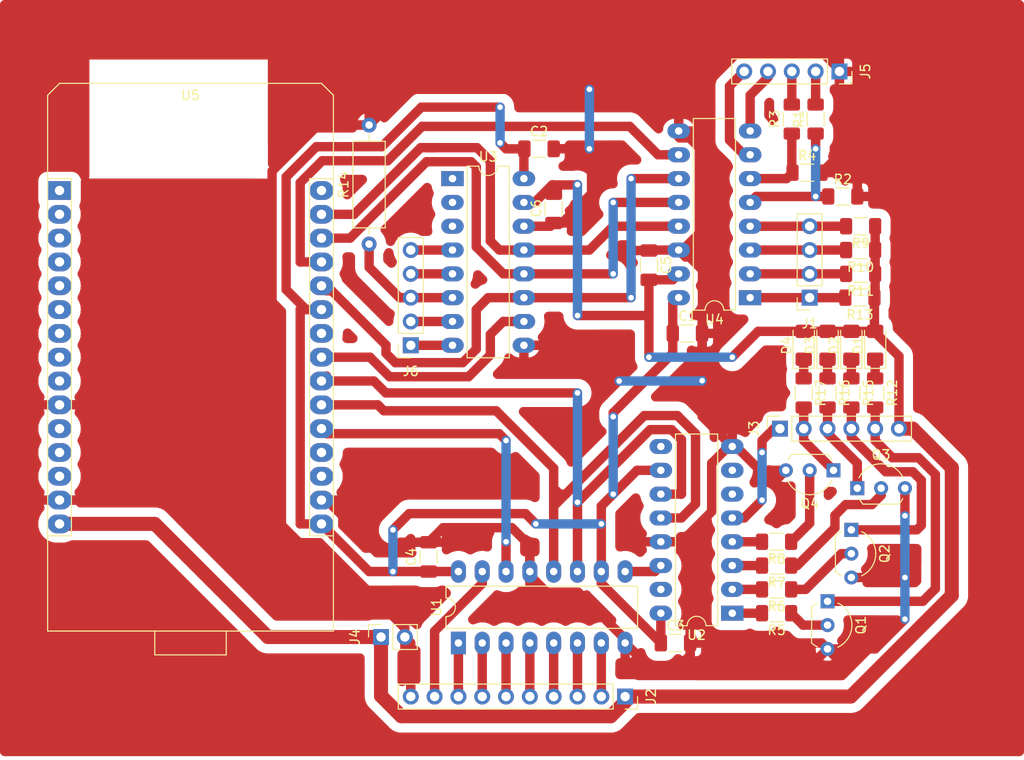
<source format=kicad_pcb>
(kicad_pcb (version 20171130) (host pcbnew 5.1.12-84ad8e8a86~92~ubuntu20.04.1)
  (layers (0 F.Cu signal) (31 B.Cu signal) (34 B.Paste user) (35 F.Paste user) (36 B.SilkS user) (37 F.SilkS user) (38 B.Mask user) (39 F.Mask user) (44 Edge.Cuts user))
  (net 0 "")
  (net 1 "Net-(Q1-Pad2)")
  (net 2 GND)
  (net 3 +3V3)
  (net 4 +5V)
  (net 5 TorTaster)
  (net 6 TorEndpunkt_0)
  (net 7 TorEndpunkt_1)
  (net 8 "Net-(J2-Pad2)")
  (net 9 "Net-(J2-Pad3)")
  (net 10 "Net-(J2-Pad4)")
  (net 11 "Net-(J2-Pad5)")
  (net 12 "Net-(J2-Pad6)")
  (net 13 "Net-(J2-Pad7)")
  (net 14 "Net-(J2-Pad8)")
  (net 15 "Net-(J2-Pad9)")
  (net 16 Schalter_1)
  (net 17 Tür_0)
  (net 18 Schalter_2)
  (net 19 Tür_1)
  (net 20 Anzeige_3)
  (net 21 Anzeige_2)
  (net 22 Anzeige_1)
  (net 23 Anzeige_0)
  (net 24 Lichtsensor)
  (net 25 Temperatur_0)
  (net 26 Temperatur_1)
  (net 27 "Net-(Q2-Pad2)")
  (net 28 "Net-(Q3-Pad2)")
  (net 29 "Net-(Q4-Pad2)")
  (net 30 TorMotor_0)
  (net 31 TorMotor_1)
  (net 32 "Net-(R5-Pad2)")
  (net 33 "Net-(R6-Pad2)")
  (net 34 "Net-(R7-Pad2)")
  (net 35 "Net-(R8-Pad2)")
  (net 36 "Net-(U1-Pad9)")
  (net 37 SRCLK)
  (net 38 SRLOAD)
  (net 39 SPI_CLK)
  (net 40 MISO)
  (net 41 MOSI)
  (net 42 SPI_CS0)
  (net 43 SPI_CS1)
  (net 44 SRDATA)
  (net 45 Unused_0)
  (net 46 Unused_1)
  (net 47 "Net-(D1-Pad1)")
  (net 48 "Net-(D2-Pad1)")
  (net 49 "Net-(D3-Pad1)")
  (net 50 "Net-(D4-Pad1)")
  (net 51 "Net-(J5-Pad2)")
  (net 52 "Net-(J5-Pad3)")
  (module Package_TO_SOT_THT:TO-92L_Inline_Wide (layer F.Cu) (at 196.215 137.16 180)
    (fp_text reference Q4 (at 2.54 -3.56) (layer F.SilkS))
    (fp_text value BC547)
    (pad 2 thru_hole circle (at 2.54 0 180) (size 1.5 1.5) (drill 0.8) (layers *.Cu *.Mask) (net 29 "Net-(Q4-Pad2)"))
    (pad 3 thru_hole circle (at 5.08 0 180) (size 1.5 1.5) (drill 0.8) (layers *.Cu *.Mask) (net 2 GND))
    (pad 1 thru_hole rect (at 0 0 180) (size 1.5 1.5) (drill 0.8) (layers *.Cu *.Mask) (net 20 Anzeige_3))
  )
  (module Package_TO_SOT_THT:TO-92L_Inline_Wide (layer F.Cu) (at 195.58 151.13 270)
    (fp_text reference Q1 (at 2.54 -3.56 90) (layer F.SilkS))
    (fp_text value BC547)
    (pad 2 thru_hole circle (at 2.54 0 270) (size 1.5 1.5) (drill 0.8) (layers *.Cu *.Mask) (net 1 "Net-(Q1-Pad2)"))
    (pad 3 thru_hole circle (at 5.08 0 270) (size 1.5 1.5) (drill 0.8) (layers *.Cu *.Mask) (net 2 GND))
    (pad 1 thru_hole rect (at 0 0 270) (size 1.5 1.5) (drill 0.8) (layers *.Cu *.Mask) (net 23 Anzeige_0))
  )
  (module Connector_PinSocket_2.54mm:PinSocket_1x10_P2.54mm_Vertical (layer F.Cu) (at 173.99 161.29 270)
    (fp_text reference J2 (at 0 -2.77 90) (layer F.SilkS))
    (fp_text value Relais-Connector)
    (pad 1 thru_hole rect (at 0 0 270) (size 1.7 1.7) (drill 1) (layers *.Cu *.Mask) (net 4 +5V))
    (pad 2 thru_hole oval (at 0 2.54 270) (size 1.7 1.7) (drill 1) (layers *.Cu *.Mask) (net 8 "Net-(J2-Pad2)"))
    (pad 3 thru_hole oval (at 0 5.08 270) (size 1.7 1.7) (drill 1) (layers *.Cu *.Mask) (net 9 "Net-(J2-Pad3)"))
    (pad 4 thru_hole oval (at 0 7.62 270) (size 1.7 1.7) (drill 1) (layers *.Cu *.Mask) (net 10 "Net-(J2-Pad4)"))
    (pad 5 thru_hole oval (at 0 10.16 270) (size 1.7 1.7) (drill 1) (layers *.Cu *.Mask) (net 11 "Net-(J2-Pad5)"))
    (pad 6 thru_hole oval (at 0 12.7 270) (size 1.7 1.7) (drill 1) (layers *.Cu *.Mask) (net 12 "Net-(J2-Pad6)"))
    (pad 7 thru_hole oval (at 0 15.24 270) (size 1.7 1.7) (drill 1) (layers *.Cu *.Mask) (net 13 "Net-(J2-Pad7)"))
    (pad 8 thru_hole oval (at 0 17.78 270) (size 1.7 1.7) (drill 1) (layers *.Cu *.Mask) (net 14 "Net-(J2-Pad8)"))
    (pad 9 thru_hole oval (at 0 20.32 270) (size 1.7 1.7) (drill 1) (layers *.Cu *.Mask) (net 15 "Net-(J2-Pad9)"))
    (pad 10 thru_hole oval (at 0 22.86 270) (size 1.7 1.7) (drill 1) (layers *.Cu *.Mask) (net 2 GND))
  )
  (module Connector_PinSocket_2.54mm:PinSocket_1x05_P2.54mm_Vertical (layer F.Cu) (at 196.85 94.615 270)
    (fp_text reference J5 (at 0 -2.77 90) (layer F.SilkS))
    (fp_text value Anzeige_Connector)
    (pad 1 thru_hole rect (at 0 0 270) (size 1.7 1.7) (drill 1) (layers *.Cu *.Mask) (net 2 GND))
    (pad 2 thru_hole oval (at 0 2.54 270) (size 1.7 1.7) (drill 1) (layers *.Cu *.Mask) (net 51 "Net-(J5-Pad2)"))
    (pad 3 thru_hole oval (at 0 5.08 270) (size 1.7 1.7) (drill 1) (layers *.Cu *.Mask) (net 52 "Net-(J5-Pad3)"))
    (pad 4 thru_hole oval (at 0 7.62 270) (size 1.7 1.7) (drill 1) (layers *.Cu *.Mask) (net 7 TorEndpunkt_1))
    (pad 5 thru_hole oval (at 0 10.16 270) (size 1.7 1.7) (drill 1) (layers *.Cu *.Mask) (net 6 TorEndpunkt_0))
  )
  (module Resistor_THT:R_Axial_DIN0309_L9.0mm_D3.2mm_P12.70mm_Horizontal (layer F.Cu) (at 146.685 113.03 90)
    (fp_text reference R14 (at 6.35 -2.72 90) (layer F.SilkS))
    (fp_text value 10k)
    (pad 2 thru_hole oval (at 12.7 0 90) (size 1.6 1.6) (drill 0.8) (layers *.Cu *.Mask) (net 2 GND))
    (pad 1 thru_hole circle (at 0 0 90) (size 1.6 1.6) (drill 0.8) (layers *.Cu *.Mask) (net 24 Lichtsensor))
  )
  (module Package_DIP:DIP-16_W7.62mm_LongPads (layer F.Cu) (at 156.21 155.575 90)
    (fp_text reference U1 (at 3.81 -2.33 90) (layer F.SilkS))
    (fp_text value 74HC595)
    (pad 1 thru_hole rect (at 0 0 90) (size 2.4 1.6) (drill 0.8) (layers *.Cu *.Mask) (net 14 "Net-(J2-Pad8)"))
    (pad 9 thru_hole oval (at 7.62 17.78 90) (size 2.4 1.6) (drill 0.8) (layers *.Cu *.Mask) (net 36 "Net-(U1-Pad9)"))
    (pad 2 thru_hole oval (at 0 2.54 90) (size 2.4 1.6) (drill 0.8) (layers *.Cu *.Mask) (net 13 "Net-(J2-Pad7)"))
    (pad 10 thru_hole oval (at 7.62 15.24 90) (size 2.4 1.6) (drill 0.8) (layers *.Cu *.Mask) (net 3 +3V3))
    (pad 3 thru_hole oval (at 0 5.08 90) (size 2.4 1.6) (drill 0.8) (layers *.Cu *.Mask) (net 12 "Net-(J2-Pad6)"))
    (pad 11 thru_hole oval (at 7.62 12.7 90) (size 2.4 1.6) (drill 0.8) (layers *.Cu *.Mask) (net 37 SRCLK))
    (pad 4 thru_hole oval (at 0 7.62 90) (size 2.4 1.6) (drill 0.8) (layers *.Cu *.Mask) (net 11 "Net-(J2-Pad5)"))
    (pad 12 thru_hole oval (at 7.62 10.16 90) (size 2.4 1.6) (drill 0.8) (layers *.Cu *.Mask) (net 38 SRLOAD))
    (pad 5 thru_hole oval (at 0 10.16 90) (size 2.4 1.6) (drill 0.8) (layers *.Cu *.Mask) (net 10 "Net-(J2-Pad4)"))
    (pad 13 thru_hole oval (at 7.62 7.62 90) (size 2.4 1.6) (drill 0.8) (layers *.Cu *.Mask) (net 2 GND))
    (pad 6 thru_hole oval (at 0 12.7 90) (size 2.4 1.6) (drill 0.8) (layers *.Cu *.Mask) (net 9 "Net-(J2-Pad3)"))
    (pad 14 thru_hole oval (at 7.62 5.08 90) (size 2.4 1.6) (drill 0.8) (layers *.Cu *.Mask) (net 44 SRDATA))
    (pad 7 thru_hole oval (at 0 15.24 90) (size 2.4 1.6) (drill 0.8) (layers *.Cu *.Mask) (net 8 "Net-(J2-Pad2)"))
    (pad 15 thru_hole oval (at 7.62 2.54 90) (size 2.4 1.6) (drill 0.8) (layers *.Cu *.Mask) (net 15 "Net-(J2-Pad9)"))
    (pad 8 thru_hole oval (at 0 17.78 90) (size 2.4 1.6) (drill 0.8) (layers *.Cu *.Mask) (net 2 GND))
    (pad 16 thru_hole oval (at 7.62 0 90) (size 2.4 1.6) (drill 0.8) (layers *.Cu *.Mask) (net 3 +3V3))
  )
  (module Package_DIP:DIP-16_W7.62mm_LongPads (layer F.Cu) (at 185.42 152.4 180)
    (fp_text reference U2 (at 3.81 -2.33) (layer F.SilkS))
    (fp_text value 74HC595)
    (pad 16 thru_hole oval (at 7.62 0 180) (size 2.4 1.6) (drill 0.8) (layers *.Cu *.Mask) (net 3 +3V3))
    (pad 8 thru_hole oval (at 0 17.78 180) (size 2.4 1.6) (drill 0.8) (layers *.Cu *.Mask) (net 2 GND))
    (pad 15 thru_hole oval (at 7.62 2.54 180) (size 2.4 1.6) (drill 0.8) (layers *.Cu *.Mask))
    (pad 7 thru_hole oval (at 0 15.24 180) (size 2.4 1.6) (drill 0.8) (layers *.Cu *.Mask))
    (pad 14 thru_hole oval (at 7.62 5.08 180) (size 2.4 1.6) (drill 0.8) (layers *.Cu *.Mask) (net 36 "Net-(U1-Pad9)"))
    (pad 6 thru_hole oval (at 0 12.7 180) (size 2.4 1.6) (drill 0.8) (layers *.Cu *.Mask))
    (pad 13 thru_hole oval (at 7.62 7.62 180) (size 2.4 1.6) (drill 0.8) (layers *.Cu *.Mask) (net 2 GND))
    (pad 5 thru_hole oval (at 0 10.16 180) (size 2.4 1.6) (drill 0.8) (layers *.Cu *.Mask) (net 5 TorTaster))
    (pad 12 thru_hole oval (at 7.62 10.16 180) (size 2.4 1.6) (drill 0.8) (layers *.Cu *.Mask) (net 38 SRLOAD))
    (pad 4 thru_hole oval (at 0 7.62 180) (size 2.4 1.6) (drill 0.8) (layers *.Cu *.Mask) (net 35 "Net-(R8-Pad2)"))
    (pad 11 thru_hole oval (at 7.62 12.7 180) (size 2.4 1.6) (drill 0.8) (layers *.Cu *.Mask) (net 37 SRCLK))
    (pad 3 thru_hole oval (at 0 5.08 180) (size 2.4 1.6) (drill 0.8) (layers *.Cu *.Mask) (net 34 "Net-(R7-Pad2)"))
    (pad 10 thru_hole oval (at 7.62 15.24 180) (size 2.4 1.6) (drill 0.8) (layers *.Cu *.Mask) (net 3 +3V3))
    (pad 2 thru_hole oval (at 0 2.54 180) (size 2.4 1.6) (drill 0.8) (layers *.Cu *.Mask) (net 33 "Net-(R6-Pad2)"))
    (pad 9 thru_hole oval (at 7.62 17.78 180) (size 2.4 1.6) (drill 0.8) (layers *.Cu *.Mask))
    (pad 1 thru_hole rect (at 0 0 180) (size 2.4 1.6) (drill 0.8) (layers *.Cu *.Mask) (net 32 "Net-(R5-Pad2)"))
  )
  (module Package_DIP:DIP-16_W7.62mm_LongPads (layer F.Cu) (at 155.575 106.045)
    (fp_text reference U3 (at 3.81 -2.33) (layer F.SilkS))
    (fp_text value MCP3008)
    (pad 16 thru_hole oval (at 7.62 0) (size 2.4 1.6) (drill 0.8) (layers *.Cu *.Mask) (net 3 +3V3))
    (pad 8 thru_hole oval (at 0 17.78) (size 2.4 1.6) (drill 0.8) (layers *.Cu *.Mask) (net 25 Temperatur_0))
    (pad 15 thru_hole oval (at 7.62 2.54) (size 2.4 1.6) (drill 0.8) (layers *.Cu *.Mask) (net 4 +5V))
    (pad 7 thru_hole oval (at 0 15.24) (size 2.4 1.6) (drill 0.8) (layers *.Cu *.Mask) (net 26 Temperatur_1))
    (pad 14 thru_hole oval (at 7.62 5.08) (size 2.4 1.6) (drill 0.8) (layers *.Cu *.Mask) (net 2 GND))
    (pad 6 thru_hole oval (at 0 12.7) (size 2.4 1.6) (drill 0.8) (layers *.Cu *.Mask) (net 24 Lichtsensor))
    (pad 13 thru_hole oval (at 7.62 7.62) (size 2.4 1.6) (drill 0.8) (layers *.Cu *.Mask) (net 39 SPI_CLK))
    (pad 5 thru_hole oval (at 0 10.16) (size 2.4 1.6) (drill 0.8) (layers *.Cu *.Mask) (net 45 Unused_0))
    (pad 12 thru_hole oval (at 7.62 10.16) (size 2.4 1.6) (drill 0.8) (layers *.Cu *.Mask) (net 40 MISO))
    (pad 4 thru_hole oval (at 0 7.62) (size 2.4 1.6) (drill 0.8) (layers *.Cu *.Mask) (net 46 Unused_1))
    (pad 11 thru_hole oval (at 7.62 12.7) (size 2.4 1.6) (drill 0.8) (layers *.Cu *.Mask) (net 41 MOSI))
    (pad 3 thru_hole oval (at 0 5.08) (size 2.4 1.6) (drill 0.8) (layers *.Cu *.Mask))
    (pad 10 thru_hole oval (at 7.62 15.24) (size 2.4 1.6) (drill 0.8) (layers *.Cu *.Mask) (net 42 SPI_CS0))
    (pad 2 thru_hole oval (at 0 2.54) (size 2.4 1.6) (drill 0.8) (layers *.Cu *.Mask))
    (pad 9 thru_hole oval (at 7.62 17.78) (size 2.4 1.6) (drill 0.8) (layers *.Cu *.Mask) (net 2 GND))
    (pad 1 thru_hole rect (at 0 0) (size 2.4 1.6) (drill 0.8) (layers *.Cu *.Mask))
  )
  (module Package_DIP:DIP-16_W7.62mm_LongPads (layer F.Cu) (at 187.325 118.745 180)
    (fp_text reference U4 (at 3.81 -2.33) (layer F.SilkS))
    (fp_text value MCP3008)
    (pad 1 thru_hole rect (at 0 0 180) (size 2.4 1.6) (drill 0.8) (layers *.Cu *.Mask) (net 18 Schalter_2))
    (pad 9 thru_hole oval (at 7.62 17.78 180) (size 2.4 1.6) (drill 0.8) (layers *.Cu *.Mask) (net 2 GND))
    (pad 2 thru_hole oval (at 0 2.54 180) (size 2.4 1.6) (drill 0.8) (layers *.Cu *.Mask) (net 16 Schalter_1))
    (pad 10 thru_hole oval (at 7.62 15.24 180) (size 2.4 1.6) (drill 0.8) (layers *.Cu *.Mask) (net 43 SPI_CS1))
    (pad 3 thru_hole oval (at 0 5.08 180) (size 2.4 1.6) (drill 0.8) (layers *.Cu *.Mask) (net 19 Tür_1))
    (pad 11 thru_hole oval (at 7.62 12.7 180) (size 2.4 1.6) (drill 0.8) (layers *.Cu *.Mask) (net 41 MOSI))
    (pad 4 thru_hole oval (at 0 7.62 180) (size 2.4 1.6) (drill 0.8) (layers *.Cu *.Mask) (net 17 Tür_0))
    (pad 12 thru_hole oval (at 7.62 10.16 180) (size 2.4 1.6) (drill 0.8) (layers *.Cu *.Mask) (net 40 MISO))
    (pad 5 thru_hole oval (at 0 10.16 180) (size 2.4 1.6) (drill 0.8) (layers *.Cu *.Mask) (net 30 TorMotor_0))
    (pad 13 thru_hole oval (at 7.62 7.62 180) (size 2.4 1.6) (drill 0.8) (layers *.Cu *.Mask) (net 39 SPI_CLK))
    (pad 6 thru_hole oval (at 0 12.7 180) (size 2.4 1.6) (drill 0.8) (layers *.Cu *.Mask) (net 31 TorMotor_1))
    (pad 14 thru_hole oval (at 7.62 5.08 180) (size 2.4 1.6) (drill 0.8) (layers *.Cu *.Mask) (net 2 GND))
    (pad 7 thru_hole oval (at 0 15.24 180) (size 2.4 1.6) (drill 0.8) (layers *.Cu *.Mask) (net 6 TorEndpunkt_0))
    (pad 15 thru_hole oval (at 7.62 2.54 180) (size 2.4 1.6) (drill 0.8) (layers *.Cu *.Mask) (net 4 +5V))
    (pad 8 thru_hole oval (at 0 17.78 180) (size 2.4 1.6) (drill 0.8) (layers *.Cu *.Mask) (net 7 TorEndpunkt_1))
    (pad 16 thru_hole oval (at 7.62 0 180) (size 2.4 1.6) (drill 0.8) (layers *.Cu *.Mask) (net 3 +3V3))
  )
  (module myself:node_MCU_ESP8266_longpad (layer F.Cu) (at 113.665 107.315)
    (fp_text reference U5 (at 13.97 -10.16) (layer F.SilkS))
    (fp_text value NodeMCU_Amica_R2)
    (pad 1 thru_hole rect (at 0 0) (size 2.54 2) (drill 1) (layers *.Cu *.Mask))
    (pad 17 thru_hole oval (at 27.94 33.02) (size 2.54 2) (drill 1) (layers *.Cu *.Mask) (net 2 GND))
    (pad 2 thru_hole oval (at 0 2.54) (size 2.54 2) (drill 1) (layers *.Cu *.Mask))
    (pad 18 thru_hole oval (at 27.94 30.48) (size 2.54 2) (drill 1) (layers *.Cu *.Mask))
    (pad 3 thru_hole oval (at 0 5.08) (size 2.54 2) (drill 1) (layers *.Cu *.Mask))
    (pad 19 thru_hole oval (at 27.94 27.94) (size 2.54 2) (drill 1) (layers *.Cu *.Mask))
    (pad 4 thru_hole oval (at 0 7.62) (size 2.54 2) (drill 1) (layers *.Cu *.Mask))
    (pad 20 thru_hole oval (at 27.94 25.4) (size 2.54 2) (drill 1) (layers *.Cu *.Mask) (net 44 SRDATA))
    (pad 5 thru_hole oval (at 0 10.16) (size 2.54 2) (drill 1) (layers *.Cu *.Mask))
    (pad 21 thru_hole oval (at 27.94 22.86) (size 2.54 2) (drill 1) (layers *.Cu *.Mask) (net 38 SRLOAD))
    (pad 6 thru_hole oval (at 0 12.7) (size 2.54 2) (drill 1) (layers *.Cu *.Mask))
    (pad 22 thru_hole oval (at 27.94 20.32) (size 2.54 2) (drill 1) (layers *.Cu *.Mask) (net 37 SRCLK))
    (pad 7 thru_hole oval (at 0 15.24) (size 2.54 2) (drill 1) (layers *.Cu *.Mask))
    (pad 23 thru_hole oval (at 27.94 17.78) (size 2.54 2) (drill 1) (layers *.Cu *.Mask) (net 42 SPI_CS0))
    (pad 8 thru_hole oval (at 0 17.78) (size 2.54 2) (drill 1) (layers *.Cu *.Mask))
    (pad 24 thru_hole oval (at 27.94 15.24) (size 2.54 2) (drill 1) (layers *.Cu *.Mask))
    (pad 9 thru_hole oval (at 0 20.32) (size 2.54 2) (drill 1) (layers *.Cu *.Mask))
    (pad 25 thru_hole oval (at 27.94 12.7) (size 2.54 2) (drill 1) (layers *.Cu *.Mask) (net 3 +3V3))
    (pad 10 thru_hole oval (at 0 22.86) (size 2.54 2) (drill 1) (layers *.Cu *.Mask) (net 2 GND))
    (pad 26 thru_hole oval (at 27.94 10.16) (size 2.54 2) (drill 1) (layers *.Cu *.Mask) (net 41 MOSI))
    (pad 11 thru_hole oval (at 0 25.4) (size 2.54 2) (drill 1) (layers *.Cu *.Mask))
    (pad 27 thru_hole oval (at 27.94 7.62) (size 2.54 2) (drill 1) (layers *.Cu *.Mask) (net 43 SPI_CS1))
    (pad 12 thru_hole oval (at 0 27.94) (size 2.54 2) (drill 1) (layers *.Cu *.Mask))
    (pad 28 thru_hole oval (at 27.94 5.08) (size 2.54 2) (drill 1) (layers *.Cu *.Mask) (net 40 MISO))
    (pad 13 thru_hole oval (at 0 30.48) (size 2.54 2) (drill 1) (layers *.Cu *.Mask))
    (pad 29 thru_hole oval (at 27.94 2.54) (size 2.54 2) (drill 1) (layers *.Cu *.Mask) (net 39 SPI_CLK))
    (pad 14 thru_hole oval (at 0 33.02) (size 2.54 2) (drill 1) (layers *.Cu *.Mask) (net 2 GND))
    (pad 30 thru_hole oval (at 27.94 0) (size 2.54 2) (drill 1) (layers *.Cu *.Mask))
    (pad 15 thru_hole oval (at 0 35.56) (size 2.54 2) (drill 1) (layers *.Cu *.Mask) (net 4 +5V))
    (pad 16 thru_hole oval (at 27.94 35.56) (size 2.54 2) (drill 1) (layers *.Cu *.Mask) (net 3 +3V3))
  )
  (module Package_TO_SOT_THT:TO-92L_Inline_Wide (layer F.Cu) (at 198.12 143.51 270)
    (fp_text reference Q2 (at 2.54 -3.56 90) (layer F.SilkS))
    (fp_text value BC547)
    (pad 1 thru_hole rect (at 0 0 270) (size 1.5 1.5) (drill 0.8) (layers *.Cu *.Mask) (net 22 Anzeige_1))
    (pad 3 thru_hole circle (at 5.08 0 270) (size 1.5 1.5) (drill 0.8) (layers *.Cu *.Mask) (net 2 GND))
    (pad 2 thru_hole circle (at 2.54 0 270) (size 1.5 1.5) (drill 0.8) (layers *.Cu *.Mask) (net 27 "Net-(Q2-Pad2)"))
  )
  (module Package_TO_SOT_THT:TO-92L_Inline_Wide (layer F.Cu) (at 198.755 139.065)
    (fp_text reference Q3 (at 2.54 -3.56) (layer F.SilkS))
    (fp_text value BC547)
    (pad 1 thru_hole rect (at 0 0) (size 1.5 1.5) (drill 0.8) (layers *.Cu *.Mask) (net 21 Anzeige_2))
    (pad 3 thru_hole circle (at 5.08 0) (size 1.5 1.5) (drill 0.8) (layers *.Cu *.Mask) (net 2 GND))
    (pad 2 thru_hole circle (at 2.54 0) (size 1.5 1.5) (drill 0.8) (layers *.Cu *.Mask) (net 28 "Net-(Q3-Pad2)"))
  )
  (module Connector_PinSocket_2.54mm:PinSocket_1x05_P2.54mm_Vertical (layer F.Cu) (at 151.13 123.825 180)
    (fp_text reference J6 (at 0 -2.77) (layer F.SilkS))
    (fp_text value Sensor_Connector)
    (pad 1 thru_hole rect (at 0 0 180) (size 1.7 1.7) (drill 1) (layers *.Cu *.Mask) (net 25 Temperatur_0))
    (pad 2 thru_hole oval (at 0 2.54 180) (size 1.7 1.7) (drill 1) (layers *.Cu *.Mask) (net 26 Temperatur_1))
    (pad 3 thru_hole oval (at 0 5.08 180) (size 1.7 1.7) (drill 1) (layers *.Cu *.Mask) (net 24 Lichtsensor))
    (pad 4 thru_hole oval (at 0 7.62 180) (size 1.7 1.7) (drill 1) (layers *.Cu *.Mask) (net 45 Unused_0))
    (pad 5 thru_hole oval (at 0 10.16 180) (size 1.7 1.7) (drill 1) (layers *.Cu *.Mask) (net 46 Unused_1))
  )
  (module LED_SMD:LED_1206_3216Metric_Pad1.42x1.75mm_HandSolder (layer F.Cu) (at 200.66 123.825 90)
    (fp_text reference D1 (at 0 -1.82 90) (layer F.SilkS))
    (fp_text value RED)
    (pad 1 smd roundrect (at -1.4875 0 90) (size 1.425 1.75) (layers F.Cu F.Paste F.Mask) (roundrect_rratio 0.1754385964912281) (net 47 "Net-(D1-Pad1)"))
    (pad 2 smd roundrect (at 1.4875 0 90) (size 1.425 1.75) (layers F.Cu F.Paste F.Mask) (roundrect_rratio 0.1754385964912281) (net 4 +5V))
  )
  (module LED_SMD:LED_1206_3216Metric_Pad1.42x1.75mm_HandSolder (layer F.Cu) (at 198.12 123.825 90)
    (fp_text reference D2 (at 0 -1.82 90) (layer F.SilkS))
    (fp_text value RED)
    (pad 2 smd roundrect (at 1.4875 0 90) (size 1.425 1.75) (layers F.Cu F.Paste F.Mask) (roundrect_rratio 0.1754385964912281) (net 4 +5V))
    (pad 1 smd roundrect (at -1.4875 0 90) (size 1.425 1.75) (layers F.Cu F.Paste F.Mask) (roundrect_rratio 0.1754385964912281) (net 48 "Net-(D2-Pad1)"))
  )
  (module LED_SMD:LED_1206_3216Metric_Pad1.42x1.75mm_HandSolder (layer F.Cu) (at 195.58 123.825 90)
    (fp_text reference D3 (at 0 -1.82 90) (layer F.SilkS))
    (fp_text value RED)
    (pad 1 smd roundrect (at -1.4875 0 90) (size 1.425 1.75) (layers F.Cu F.Paste F.Mask) (roundrect_rratio 0.1754385964912281) (net 49 "Net-(D3-Pad1)"))
    (pad 2 smd roundrect (at 1.4875 0 90) (size 1.425 1.75) (layers F.Cu F.Paste F.Mask) (roundrect_rratio 0.1754385964912281) (net 4 +5V))
  )
  (module LED_SMD:LED_1206_3216Metric_Pad1.42x1.75mm_HandSolder (layer F.Cu) (at 193.04 123.825 90)
    (fp_text reference D4 (at 0 -1.82 90) (layer F.SilkS))
    (fp_text value RED)
    (pad 2 smd roundrect (at 1.4875 0 90) (size 1.425 1.75) (layers F.Cu F.Paste F.Mask) (roundrect_rratio 0.1754385964912281) (net 4 +5V))
    (pad 1 smd roundrect (at -1.4875 0 90) (size 1.425 1.75) (layers F.Cu F.Paste F.Mask) (roundrect_rratio 0.1754385964912281) (net 50 "Net-(D4-Pad1)"))
  )
  (module Connector_PinSocket_2.54mm:PinSocket_1x04_P2.54mm_Vertical (layer F.Cu) (at 193.675 118.745 180)
    (fp_text reference J1 (at 0 -2.77) (layer F.SilkS))
    (fp_text value Conn_01x04_Female)
    (pad 1 thru_hole rect (at 0 0 180) (size 1.7 1.7) (drill 1) (layers *.Cu *.Mask) (net 18 Schalter_2))
    (pad 2 thru_hole oval (at 0 2.54 180) (size 1.7 1.7) (drill 1) (layers *.Cu *.Mask) (net 16 Schalter_1))
    (pad 3 thru_hole oval (at 0 5.08 180) (size 1.7 1.7) (drill 1) (layers *.Cu *.Mask) (net 19 Tür_1))
    (pad 4 thru_hole oval (at 0 7.62 180) (size 1.7 1.7) (drill 1) (layers *.Cu *.Mask) (net 17 Tür_0))
  )
  (module Connector_PinSocket_2.54mm:PinSocket_1x06_P2.54mm_Vertical (layer F.Cu) (at 190.5 132.715 90)
    (fp_text reference J3 (at 0 -2.77 90) (layer F.SilkS))
    (fp_text value Tor-Connector)
    (pad 1 thru_hole rect (at 0 0 90) (size 1.7 1.7) (drill 1) (layers *.Cu *.Mask) (net 5 TorTaster))
    (pad 2 thru_hole oval (at 0 2.54 90) (size 1.7 1.7) (drill 1) (layers *.Cu *.Mask) (net 20 Anzeige_3))
    (pad 3 thru_hole oval (at 0 5.08 90) (size 1.7 1.7) (drill 1) (layers *.Cu *.Mask) (net 21 Anzeige_2))
    (pad 4 thru_hole oval (at 0 7.62 90) (size 1.7 1.7) (drill 1) (layers *.Cu *.Mask) (net 22 Anzeige_1))
    (pad 5 thru_hole oval (at 0 10.16 90) (size 1.7 1.7) (drill 1) (layers *.Cu *.Mask) (net 23 Anzeige_0))
    (pad 6 thru_hole oval (at 0 12.7 90) (size 1.7 1.7) (drill 1) (layers *.Cu *.Mask) (net 4 +5V))
  )
  (module Resistor_SMD:R_1206_3216Metric_Pad1.30x1.75mm_HandSolder (layer F.Cu) (at 200.66 128.905 270)
    (fp_text reference R12 (at 0 -1.82 90) (layer F.SilkS))
    (fp_text value 150)
    (pad 1 smd roundrect (at -1.55 0 270) (size 1.3 1.75) (layers F.Cu F.Paste F.Mask) (roundrect_rratio 0.1923069230769231) (net 47 "Net-(D1-Pad1)"))
    (pad 2 smd roundrect (at 1.55 0 270) (size 1.3 1.75) (layers F.Cu F.Paste F.Mask) (roundrect_rratio 0.1923069230769231) (net 23 Anzeige_0))
  )
  (module Resistor_SMD:R_1206_3216Metric_Pad1.30x1.75mm_HandSolder (layer F.Cu) (at 198.12 128.905 270)
    (fp_text reference R15 (at 0 -1.82 90) (layer F.SilkS))
    (fp_text value 150)
    (pad 2 smd roundrect (at 1.55 0 270) (size 1.3 1.75) (layers F.Cu F.Paste F.Mask) (roundrect_rratio 0.1923069230769231) (net 22 Anzeige_1))
    (pad 1 smd roundrect (at -1.55 0 270) (size 1.3 1.75) (layers F.Cu F.Paste F.Mask) (roundrect_rratio 0.1923069230769231) (net 48 "Net-(D2-Pad1)"))
  )
  (module Resistor_SMD:R_1206_3216Metric_Pad1.30x1.75mm_HandSolder (layer F.Cu) (at 195.58 128.905 270)
    (fp_text reference R16 (at 0 -1.82 90) (layer F.SilkS))
    (fp_text value 150)
    (pad 2 smd roundrect (at 1.55 0 270) (size 1.3 1.75) (layers F.Cu F.Paste F.Mask) (roundrect_rratio 0.1923069230769231) (net 21 Anzeige_2))
    (pad 1 smd roundrect (at -1.55 0 270) (size 1.3 1.75) (layers F.Cu F.Paste F.Mask) (roundrect_rratio 0.1923069230769231) (net 49 "Net-(D3-Pad1)"))
  )
  (module Resistor_SMD:R_1206_3216Metric_Pad1.30x1.75mm_HandSolder (layer F.Cu) (at 193.04 128.905 270)
    (fp_text reference R17 (at 0 -1.82 90) (layer F.SilkS))
    (fp_text value 150)
    (pad 1 smd roundrect (at -1.55 0 270) (size 1.3 1.75) (layers F.Cu F.Paste F.Mask) (roundrect_rratio 0.1923069230769231) (net 50 "Net-(D4-Pad1)"))
    (pad 2 smd roundrect (at 1.55 0 270) (size 1.3 1.75) (layers F.Cu F.Paste F.Mask) (roundrect_rratio 0.1923069230769231) (net 20 Anzeige_3))
  )
  (module Connector_PinSocket_2.54mm:PinSocket_1x02_P2.54mm_Vertical (layer F.Cu) (at 147.955 154.94 90)
    (fp_text reference J4 (at 0 -2.77 90) (layer F.SilkS))
    (fp_text value Conn_01x02_Female)
    (pad 1 thru_hole rect (at 0 0 90) (size 1.7 1.7) (drill 1) (layers *.Cu *.Mask) (net 4 +5V))
    (pad 2 thru_hole oval (at 0 2.54 90) (size 1.7 1.7) (drill 1) (layers *.Cu *.Mask) (net 2 GND))
  )
  (module Resistor_SMD:R_1206_3216Metric_Pad1.30x1.75mm_HandSolder (layer F.Cu) (at 194.31 99.695 90)
    (fp_text reference R1 (at 0 -1.82 90) (layer F.SilkS))
    (fp_text value 75k)
    (pad 1 smd roundrect (at -1.55 0 90) (size 1.3 1.75) (layers F.Cu F.Paste F.Mask) (roundrect_rratio 0.1923076923076923) (net 30 TorMotor_0))
    (pad 2 smd roundrect (at 1.55 0 90) (size 1.3 1.75) (layers F.Cu F.Paste F.Mask) (roundrect_rratio 0.1923076923076923) (net 51 "Net-(J5-Pad2)"))
  )
  (module Resistor_SMD:R_1206_3216Metric_Pad1.30x1.75mm_HandSolder (layer F.Cu) (at 197.205 107.95)
    (fp_text reference R2 (at 0 -1.82) (layer F.SilkS))
    (fp_text value 15k)
    (pad 2 smd roundrect (at 1.55 0) (size 1.3 1.75) (layers F.Cu F.Paste F.Mask) (roundrect_rratio 0.1923076923076923) (net 2 GND))
    (pad 1 smd roundrect (at -1.55 0) (size 1.3 1.75) (layers F.Cu F.Paste F.Mask) (roundrect_rratio 0.1923076923076923) (net 30 TorMotor_0))
  )
  (module Resistor_SMD:R_1206_3216Metric_Pad1.30x1.75mm_HandSolder (layer F.Cu) (at 191.77 99.695 90)
    (fp_text reference R3 (at 0 -1.82 90) (layer F.SilkS))
    (fp_text value 75k)
    (pad 1 smd roundrect (at -1.55 0 90) (size 1.3 1.75) (layers F.Cu F.Paste F.Mask) (roundrect_rratio 0.1923076923076923) (net 31 TorMotor_1))
    (pad 2 smd roundrect (at 1.55 0 90) (size 1.3 1.75) (layers F.Cu F.Paste F.Mask) (roundrect_rratio 0.1923076923076923) (net 52 "Net-(J5-Pad3)"))
  )
  (module Resistor_SMD:R_1206_3216Metric_Pad1.30x1.75mm_HandSolder (layer F.Cu) (at 193.395 105.41)
    (fp_text reference R4 (at 0 -1.82) (layer F.SilkS))
    (fp_text value 15k)
    (pad 2 smd roundrect (at 1.55 0) (size 1.3 1.75) (layers F.Cu F.Paste F.Mask) (roundrect_rratio 0.1923076923076923) (net 2 GND))
    (pad 1 smd roundrect (at -1.55 0) (size 1.3 1.75) (layers F.Cu F.Paste F.Mask) (roundrect_rratio 0.1923076923076923) (net 31 TorMotor_1))
  )
  (module Resistor_SMD:R_1206_3216Metric_Pad1.30x1.75mm_HandSolder (layer F.Cu) (at 190.145 152.4 180)
    (fp_text reference R5 (at 0 -1.82) (layer F.SilkS))
    (fp_text value 15k)
    (pad 1 smd roundrect (at -1.55 0 180) (size 1.3 1.75) (layers F.Cu F.Paste F.Mask) (roundrect_rratio 0.1923076923076923) (net 1 "Net-(Q1-Pad2)"))
    (pad 2 smd roundrect (at 1.55 0 180) (size 1.3 1.75) (layers F.Cu F.Paste F.Mask) (roundrect_rratio 0.1923076923076923) (net 32 "Net-(R5-Pad2)"))
  )
  (module Resistor_SMD:R_1206_3216Metric_Pad1.30x1.75mm_HandSolder (layer F.Cu) (at 190.145 149.86 180)
    (fp_text reference R6 (at 0 -1.82) (layer F.SilkS))
    (fp_text value 15k)
    (pad 2 smd roundrect (at 1.55 0 180) (size 1.3 1.75) (layers F.Cu F.Paste F.Mask) (roundrect_rratio 0.1923076923076923) (net 33 "Net-(R6-Pad2)"))
    (pad 1 smd roundrect (at -1.55 0 180) (size 1.3 1.75) (layers F.Cu F.Paste F.Mask) (roundrect_rratio 0.1923076923076923) (net 27 "Net-(Q2-Pad2)"))
  )
  (module Resistor_SMD:R_1206_3216Metric_Pad1.30x1.75mm_HandSolder (layer F.Cu) (at 190.145 147.32 180)
    (fp_text reference R7 (at 0 -1.82) (layer F.SilkS))
    (fp_text value 15k)
    (pad 2 smd roundrect (at 1.55 0 180) (size 1.3 1.75) (layers F.Cu F.Paste F.Mask) (roundrect_rratio 0.1923076923076923) (net 34 "Net-(R7-Pad2)"))
    (pad 1 smd roundrect (at -1.55 0 180) (size 1.3 1.75) (layers F.Cu F.Paste F.Mask) (roundrect_rratio 0.1923076923076923) (net 28 "Net-(Q3-Pad2)"))
  )
  (module Resistor_SMD:R_1206_3216Metric_Pad1.30x1.75mm_HandSolder (layer F.Cu) (at 190.145 144.78 180)
    (fp_text reference R8 (at 0 -1.82) (layer F.SilkS))
    (fp_text value 15k)
    (pad 1 smd roundrect (at -1.55 0 180) (size 1.3 1.75) (layers F.Cu F.Paste F.Mask) (roundrect_rratio 0.1923076923076923) (net 29 "Net-(Q4-Pad2)"))
    (pad 2 smd roundrect (at 1.55 0 180) (size 1.3 1.75) (layers F.Cu F.Paste F.Mask) (roundrect_rratio 0.1923076923076923) (net 35 "Net-(R8-Pad2)"))
  )
  (module Resistor_SMD:R_1206_3216Metric_Pad1.30x1.75mm_HandSolder (layer F.Cu) (at 199.11 111.125 180)
    (fp_text reference R9 (at 0 -1.82) (layer F.SilkS))
    (fp_text value 15k)
    (pad 2 smd roundrect (at 1.55 0 180) (size 1.3 1.75) (layers F.Cu F.Paste F.Mask) (roundrect_rratio 0.1923076923076923) (net 17 Tür_0))
    (pad 1 smd roundrect (at -1.55 0 180) (size 1.3 1.75) (layers F.Cu F.Paste F.Mask) (roundrect_rratio 0.1923076923076923) (net 4 +5V))
  )
  (module Resistor_SMD:R_1206_3216Metric_Pad1.30x1.75mm_HandSolder (layer F.Cu) (at 199.11 113.665 180)
    (fp_text reference R10 (at 0 -1.82) (layer F.SilkS))
    (fp_text value 15k)
    (pad 1 smd roundrect (at -1.55 0 180) (size 1.3 1.75) (layers F.Cu F.Paste F.Mask) (roundrect_rratio 0.1923076923076923) (net 4 +5V))
    (pad 2 smd roundrect (at 1.55 0 180) (size 1.3 1.75) (layers F.Cu F.Paste F.Mask) (roundrect_rratio 0.1923076923076923) (net 19 Tür_1))
  )
  (module Resistor_SMD:R_1206_3216Metric_Pad1.30x1.75mm_HandSolder (layer F.Cu) (at 199.11 116.205 180)
    (fp_text reference R11 (at 0 -1.82) (layer F.SilkS))
    (fp_text value 15k)
    (pad 2 smd roundrect (at 1.55 0 180) (size 1.3 1.75) (layers F.Cu F.Paste F.Mask) (roundrect_rratio 0.1923076923076923) (net 16 Schalter_1))
    (pad 1 smd roundrect (at -1.55 0 180) (size 1.3 1.75) (layers F.Cu F.Paste F.Mask) (roundrect_rratio 0.1923076923076923) (net 4 +5V))
  )
  (module Resistor_SMD:R_1206_3216Metric_Pad1.30x1.75mm_HandSolder (layer F.Cu) (at 199.035 118.745 180)
    (fp_text reference R13 (at 0 -1.82) (layer F.SilkS))
    (fp_text value 15k)
    (pad 1 smd roundrect (at -1.55 0 180) (size 1.3 1.75) (layers F.Cu F.Paste F.Mask) (roundrect_rratio 0.1923076923076923) (net 4 +5V))
    (pad 2 smd roundrect (at 1.55 0 180) (size 1.3 1.75) (layers F.Cu F.Paste F.Mask) (roundrect_rratio 0.1923076923076923) (net 18 Schalter_2))
  )
  (module Capacitor_SMD:C_1206_3216Metric_Pad1.33x1.80mm_HandSolder (layer F.Cu) (at 180.6325 122.555)
    (fp_text reference C1 (at 0 -1.85) (layer F.SilkS))
    (fp_text value 1uF)
    (pad 2 smd roundrect (at 1.5625 0) (size 1.325 1.8) (layers F.Cu F.Paste F.Mask) (roundrect_rratio 0.1886784905660377) (net 2 GND))
    (pad 1 smd roundrect (at -1.5625 0) (size 1.325 1.8) (layers F.Cu F.Paste F.Mask) (roundrect_rratio 0.1886784905660377) (net 3 +3V3))
  )
  (module Capacitor_SMD:C_1206_3216Metric_Pad1.33x1.80mm_HandSolder (layer F.Cu) (at 164.8075 102.87)
    (fp_text reference C2 (at 0 -1.85) (layer F.SilkS))
    (fp_text value 1uF)
    (pad 1 smd roundrect (at -1.5625 0) (size 1.325 1.8) (layers F.Cu F.Paste F.Mask) (roundrect_rratio 0.1886784905660377) (net 3 +3V3))
    (pad 2 smd roundrect (at 1.5625 0) (size 1.325 1.8) (layers F.Cu F.Paste F.Mask) (roundrect_rratio 0.1886784905660377) (net 2 GND))
  )
  (module Capacitor_SMD:C_1206_3216Metric_Pad1.33x1.80mm_HandSolder (layer F.Cu) (at 179.3625 155.575)
    (fp_text reference C3 (at 0 -1.85) (layer F.SilkS))
    (fp_text value 1uF)
    (pad 2 smd roundrect (at 1.5625 0) (size 1.325 1.8) (layers F.Cu F.Paste F.Mask) (roundrect_rratio 0.1886784905660377) (net 2 GND))
    (pad 1 smd roundrect (at -1.5625 0) (size 1.325 1.8) (layers F.Cu F.Paste F.Mask) (roundrect_rratio 0.1886784905660377) (net 3 +3V3))
  )
  (module Capacitor_SMD:C_1206_3216Metric_Pad1.33x1.80mm_HandSolder (layer F.Cu) (at 153.035 146.3925 90)
    (fp_text reference C4 (at 0 -1.85 90) (layer F.SilkS))
    (fp_text value 1uF)
    (pad 1 smd roundrect (at -1.5625 0 90) (size 1.325 1.8) (layers F.Cu F.Paste F.Mask) (roundrect_rratio 0.1886784905660377) (net 3 +3V3))
    (pad 2 smd roundrect (at 1.5625 0 90) (size 1.325 1.8) (layers F.Cu F.Paste F.Mask) (roundrect_rratio 0.1886784905660377) (net 2 GND))
  )
  (module Capacitor_SMD:C_1206_3216Metric_Pad1.33x1.80mm_HandSolder (layer F.Cu) (at 176.53 115.2775 270)
    (fp_text reference C5 (at 0 -1.85 90) (layer F.SilkS))
    (fp_text value 1uF)
    (pad 1 smd roundrect (at -1.5625 0 270) (size 1.325 1.8) (layers F.Cu F.Paste F.Mask) (roundrect_rratio 0.1886784905660377) (net 2 GND))
    (pad 2 smd roundrect (at 1.5625 0 270) (size 1.325 1.8) (layers F.Cu F.Paste F.Mask) (roundrect_rratio 0.1886784905660377) (net 4 +5V))
  )
  (module Capacitor_SMD:C_1206_3216Metric_Pad1.33x1.80mm_HandSolder (layer F.Cu) (at 166.37 109.22 90)
    (fp_text reference C6 (at 0 -1.85 90) (layer F.SilkS))
    (fp_text value 1uF)
    (pad 2 smd roundrect (at 1.5625 0 90) (size 1.325 1.8) (layers F.Cu F.Paste F.Mask) (roundrect_rratio 0.1886784905660377) (net 4 +5V))
    (pad 1 smd roundrect (at -1.5625 0 90) (size 1.325 1.8) (layers F.Cu F.Paste F.Mask) (roundrect_rratio 0.1886784905660377) (net 2 GND))
  )
  (segment (start 192.965 153.67) (end 195.58 153.67) (width 1) (layer F.Cu) (net 1))
  (segment (start 191.695 152.4) (end 192.965 153.67) (width 1) (layer F.Cu) (net 1))
  (segment (start 163.83 148.59) (end 163.83 147.955) (width 1) (layer F.Cu) (net 2))
  (segment (start 163.83 148.360598) (end 163.83 147.955) (width 1) (layer F.Cu) (net 2))
  (segment (start 168.975608 150.15501) (end 165.624412 150.15501) (width 1) (layer F.Cu) (net 2))
  (segment (start 165.624412 150.15501) (end 163.83 148.360598) (width 1) (layer F.Cu) (net 2))
  (segment (start 174.9425 156.5275) (end 175.26 156.845) (width 1) (layer F.Cu) (net 2))
  (segment (start 173.99 155.575) (end 174.9425 156.5275) (width 1) (layer F.Cu) (net 2))
  (segment (start 180 144.78) (end 180.3 145.08) (width 1) (layer F.Cu) (net 2))
  (segment (start 177.8 144.78) (end 180 144.78) (width 1) (layer F.Cu) (net 2))
  (segment (start 185.014402 134.62) (end 185.42 134.62) (width 1) (layer F.Cu) (net 2))
  (segment (start 183.21999 136.414412) (end 185.014402 134.62) (width 1) (layer F.Cu) (net 2))
  (segment (start 183.21999 141.56001) (end 183.21999 136.414412) (width 1) (layer F.Cu) (net 2))
  (segment (start 180 144.78) (end 183.21999 141.56001) (width 1) (layer F.Cu) (net 2))
  (segment (start 142.163441 140.335) (end 141.605 140.335) (width 1) (layer F.Cu) (net 2))
  (segment (start 143.87501 142.046569) (end 142.163441 140.335) (width 1) (layer F.Cu) (net 2))
  (segment (start 143.87501 143.023676) (end 143.87501 142.046569) (width 1) (layer F.Cu) (net 2))
  (segment (start 146.306334 145.455) (end 143.87501 143.023676) (width 1) (layer F.Cu) (net 2))
  (segment (start 182.205 131.405) (end 185.42 134.62) (width 1) (layer F.Cu) (net 2))
  (segment (start 179.705 98.861998) (end 179.705 100.965) (width 1) (layer F.Cu) (net 2))
  (segment (start 195.198001 92.764999) (end 185.801999 92.764999) (width 1) (layer F.Cu) (net 2))
  (segment (start 196.85 94.416998) (end 195.198001 92.764999) (width 1) (layer F.Cu) (net 2))
  (segment (start 196.85 94.615) (end 196.85 94.416998) (width 1) (layer F.Cu) (net 2))
  (segment (start 180.110598 113.665) (end 179.705 113.665) (width 1) (layer F.Cu) (net 2))
  (segment (start 181.90501 102.759412) (end 181.90501 111.870588) (width 1) (layer F.Cu) (net 2))
  (segment (start 180.850588 101.70499) (end 181.90501 102.759412) (width 1) (layer F.Cu) (net 2))
  (segment (start 181.90501 111.870588) (end 180.110598 113.665) (width 1) (layer F.Cu) (net 2))
  (segment (start 179.80999 101.70499) (end 180.850588 101.70499) (width 1) (layer F.Cu) (net 2))
  (segment (start 179.705 101.6) (end 179.80999 101.70499) (width 1) (layer F.Cu) (net 2))
  (segment (start 179.705 100.965) (end 179.705 101.6) (width 1) (layer F.Cu) (net 2))
  (segment (start 182.245 122.515) (end 182.205 122.555) (width 1) (layer F.Cu) (net 2))
  (segment (start 182.245 115.799402) (end 182.245 122.515) (width 1) (layer F.Cu) (net 2))
  (segment (start 180.850588 114.40499) (end 182.245 115.799402) (width 1) (layer F.Cu) (net 2))
  (segment (start 180.44499 114.40499) (end 180.850588 114.40499) (width 1) (layer F.Cu) (net 2))
  (segment (start 179.705 113.665) (end 180.44499 114.40499) (width 1) (layer F.Cu) (net 2))
  (segment (start 161.911324 143.27999) (end 154.57501 143.27999) (width 1) (layer F.Cu) (net 2))
  (segment (start 163.83 145.198666) (end 161.911324 143.27999) (width 1) (layer F.Cu) (net 2))
  (segment (start 163.83 147.955) (end 163.83 145.198666) (width 1) (layer F.Cu) (net 2))
  (segment (start 179.705 113.665) (end 176.53 113.665) (width 1) (layer F.Cu) (net 2))
  (via (at 173.355 127.635) (size 0.8) (drill 0.6) (layers F.Cu B.Cu) (net 2))
  (segment (start 169.545 123.825) (end 173.355 127.635) (width 1) (layer F.Cu) (net 2))
  (segment (start 163.195 123.825) (end 169.545 123.825) (width 1) (layer F.Cu) (net 2))
  (via (at 182.205 127.595) (size 0.8) (drill 0.6) (layers F.Cu B.Cu) (net 2))
  (segment (start 173.355 127.635) (end 182.165 127.635) (width 1) (layer B.Cu) (net 2))
  (segment (start 182.205 127.595) (end 182.205 131.405) (width 1) (layer F.Cu) (net 2))
  (segment (start 182.165 127.635) (end 182.205 127.595) (width 1) (layer B.Cu) (net 2))
  (segment (start 182.205 122.555) (end 182.205 127.595) (width 1) (layer F.Cu) (net 2))
  (segment (start 179.923499 98.008499) (end 180.240999 98.325999) (width 1) (layer F.Cu) (net 2))
  (segment (start 178.851501 98.008499) (end 179.923499 98.008499) (width 1) (layer F.Cu) (net 2))
  (segment (start 180.240999 98.325999) (end 179.705 98.861998) (width 1) (layer F.Cu) (net 2))
  (segment (start 185.801999 92.764999) (end 180.240999 98.325999) (width 1) (layer F.Cu) (net 2))
  (segment (start 178.851501 98.008499) (end 179.705 98.861998) (width 1) (layer F.Cu) (net 2))
  (via (at 170.18 102.87) (size 0.8) (drill 0.6) (layers F.Cu B.Cu) (net 2))
  (via (at 170.18 96.52) (size 0.8) (drill 0.6) (layers F.Cu B.Cu) (net 2))
  (segment (start 170.18 102.87) (end 170.18 96.52) (width 1) (layer B.Cu) (net 2))
  (segment (start 150.495 96.52) (end 146.685 100.33) (width 1) (layer F.Cu) (net 2))
  (segment (start 170.18 96.52) (end 150.495 96.52) (width 1) (layer F.Cu) (net 2))
  (segment (start 177.363002 96.52) (end 178.851501 98.008499) (width 1) (layer F.Cu) (net 2))
  (segment (start 170.18 96.52) (end 177.363002 96.52) (width 1) (layer F.Cu) (net 2))
  (segment (start 173.99 155.169402) (end 168.975608 150.15501) (width 1) (layer F.Cu) (net 2))
  (segment (start 173.99 155.575) (end 173.99 155.169402) (width 1) (layer F.Cu) (net 2))
  (segment (start 136.334971 105.24392) (end 141.248891 100.33) (width 1) (layer F.Cu) (net 2))
  (segment (start 141.248891 100.33) (end 146.685 100.33) (width 1) (layer F.Cu) (net 2))
  (segment (start 113.665 130.175) (end 135.89 130.175) (width 1) (layer F.Cu) (net 2))
  (segment (start 136.334971 129.730029) (end 136.334971 105.24392) (width 1) (layer F.Cu) (net 2))
  (segment (start 135.89 130.175) (end 136.334971 129.730029) (width 1) (layer F.Cu) (net 2))
  (segment (start 136.144942 140.335) (end 136.334971 140.525029) (width 1) (layer F.Cu) (net 2))
  (segment (start 113.665 140.335) (end 136.144942 140.335) (width 1) (layer F.Cu) (net 2))
  (segment (start 136.334971 140.525029) (end 136.334971 129.730029) (width 1) (layer F.Cu) (net 2))
  (segment (start 151.13 155.575) (end 150.495 154.94) (width 1) (layer F.Cu) (net 2))
  (segment (start 151.13 161.29) (end 151.13 155.575) (width 1) (layer F.Cu) (net 2))
  (segment (start 136.334971 141.996305) (end 136.334971 140.525029) (width 1) (layer F.Cu) (net 2))
  (segment (start 139.213676 144.87501) (end 136.334971 141.996305) (width 1) (layer F.Cu) (net 2))
  (segment (start 141.390012 144.87501) (end 139.213676 144.87501) (width 1) (layer F.Cu) (net 2))
  (segment (start 150.495 153.979998) (end 141.390012 144.87501) (width 1) (layer F.Cu) (net 2))
  (segment (start 150.495 154.94) (end 150.495 153.979998) (width 1) (layer F.Cu) (net 2))
  (segment (start 196.85 103.505) (end 196.85 94.615) (width 1) (layer F.Cu) (net 2))
  (segment (start 198.755 106.045) (end 196.5325 103.8225) (width 1) (layer F.Cu) (net 2))
  (segment (start 198.755 107.95) (end 198.755 106.045) (width 1) (layer F.Cu) (net 2))
  (segment (start 196.5325 103.8225) (end 196.85 103.505) (width 1) (layer F.Cu) (net 2))
  (segment (start 194.945 105.41) (end 196.5325 103.8225) (width 1) (layer F.Cu) (net 2))
  (segment (start 185.825598 134.62) (end 185.42 134.62) (width 1) (layer F.Cu) (net 2))
  (segment (start 188.365598 137.16) (end 185.825598 134.62) (width 1) (layer F.Cu) (net 2))
  (segment (start 191.135 137.16) (end 188.365598 137.16) (width 1) (layer F.Cu) (net 2))
  (segment (start 203.835 139.065) (end 203.835 142.00999) (width 1) (layer F.Cu) (net 2))
  (via (at 203.835 142.00999) (size 0.8) (drill 0.6) (layers F.Cu B.Cu) (net 2))
  (via (at 203.835 148.59) (size 0.8) (drill 0.6) (layers F.Cu B.Cu) (net 2))
  (segment (start 203.835 142.00999) (end 203.835 148.59) (width 1) (layer B.Cu) (net 2))
  (segment (start 203.835 148.59) (end 198.12 148.59) (width 1) (layer F.Cu) (net 2))
  (via (at 203.835 153.035) (size 0.8) (drill 0.6) (layers F.Cu B.Cu) (net 2))
  (segment (start 200.66 156.21) (end 203.835 153.035) (width 1) (layer F.Cu) (net 2))
  (segment (start 195.58 156.21) (end 200.66 156.21) (width 1) (layer F.Cu) (net 2))
  (segment (start 203.835 153.035) (end 203.835 148.59) (width 1) (layer B.Cu) (net 2))
  (segment (start 166.37 102.87) (end 170.18 102.87) (width 1) (layer F.Cu) (net 2))
  (segment (start 170.410009 103.100009) (end 170.18 102.87) (width 1) (layer F.Cu) (net 2))
  (segment (start 170.410009 107.642491) (end 170.410009 103.100009) (width 1) (layer F.Cu) (net 2))
  (segment (start 167.27 110.7825) (end 170.410009 107.642491) (width 1) (layer F.Cu) (net 2))
  (segment (start 166.37 110.7825) (end 167.27 110.7825) (width 1) (layer F.Cu) (net 2))
  (segment (start 166.0275 111.125) (end 166.37 110.7825) (width 1) (layer F.Cu) (net 2))
  (segment (start 163.195 111.125) (end 166.0275 111.125) (width 1) (layer F.Cu) (net 2))
  (segment (start 154.57501 143.28999) (end 153.035 144.83) (width 1) (layer F.Cu) (net 2))
  (segment (start 154.57501 143.27999) (end 154.57501 143.28999) (width 1) (layer F.Cu) (net 2))
  (segment (start 149.401334 145.455) (end 146.306334 145.455) (width 1) (layer F.Cu) (net 2))
  (segment (start 150.026334 144.83) (end 149.401334 145.455) (width 1) (layer F.Cu) (net 2))
  (segment (start 153.035 144.83) (end 150.026334 144.83) (width 1) (layer F.Cu) (net 2))
  (segment (start 194.945 155.575) (end 195.58 156.21) (width 1) (layer F.Cu) (net 2))
  (segment (start 180.925 155.575) (end 194.945 155.575) (width 1) (layer F.Cu) (net 2))
  (segment (start 180.925 155.575) (end 180.925 146) (width 1) (layer F.Cu) (net 2))
  (segment (start 180.3 145.375) (end 180.3 145.08) (width 1) (layer F.Cu) (net 2))
  (segment (start 180.925 146) (end 180.3 145.375) (width 1) (layer F.Cu) (net 2))
  (segment (start 176.53 158.115) (end 174.9425 156.5275) (width 1) (layer F.Cu) (net 2))
  (segment (start 179.705 158.115) (end 176.53 158.115) (width 1) (layer F.Cu) (net 2))
  (segment (start 180.925 156.895) (end 179.705 158.115) (width 1) (layer F.Cu) (net 2))
  (segment (start 180.925 155.575) (end 180.925 156.895) (width 1) (layer F.Cu) (net 2))
  (segment (start 156.21 147.955) (end 152.4 147.955) (width 1) (layer F.Cu) (net 3))
  (segment (start 177.8 152.4) (end 177.8 155.575) (width 1) (layer F.Cu) (net 3))
  (segment (start 171.45 149.225) (end 177.8 155.575) (width 1) (layer F.Cu) (net 3))
  (segment (start 171.45 147.955) (end 171.45 149.225) (width 1) (layer F.Cu) (net 3))
  (segment (start 146.685 147.955) (end 141.605 142.875) (width 1) (layer F.Cu) (net 3))
  (via (at 172.72 139.7) (size 0.8) (drill 0.6) (layers F.Cu B.Cu) (net 3))
  (segment (start 171.45 140.97) (end 172.72 139.7) (width 1) (layer F.Cu) (net 3))
  (segment (start 171.45 147.955) (end 171.45 142.875) (width 1) (layer F.Cu) (net 3))
  (via (at 172.72 131.445) (size 0.8) (drill 0.6) (layers F.Cu B.Cu) (net 3))
  (segment (start 172.72 139.7) (end 172.72 131.445) (width 1) (layer B.Cu) (net 3))
  (segment (start 175.26 137.16) (end 172.72 139.7) (width 1) (layer F.Cu) (net 3))
  (segment (start 177.8 137.16) (end 175.26 137.16) (width 1) (layer F.Cu) (net 3))
  (segment (start 163.195 106.045) (end 163.195 102.87) (width 1) (layer F.Cu) (net 3))
  (via (at 160.655 102.235) (size 0.8) (drill 0.6) (layers F.Cu B.Cu) (net 3))
  (segment (start 161.29 102.87) (end 160.655 102.235) (width 1) (layer F.Cu) (net 3))
  (segment (start 163.195 102.87) (end 161.29 102.87) (width 1) (layer F.Cu) (net 3))
  (via (at 160.655 98.425) (size 0.8) (drill 0.6) (layers F.Cu B.Cu) (net 3))
  (segment (start 160.655 102.235) (end 160.655 98.425) (width 1) (layer B.Cu) (net 3))
  (segment (start 139.966579 120.015) (end 141.605 120.015) (width 1) (layer F.Cu) (net 3))
  (segment (start 137.83498 117.883401) (end 139.966579 120.015) (width 1) (layer F.Cu) (net 3))
  (segment (start 137.83498 105.865245) (end 137.83498 117.883401) (width 1) (layer F.Cu) (net 3))
  (segment (start 141.060234 102.639991) (end 137.83498 105.865245) (width 1) (layer F.Cu) (net 3))
  (segment (start 148.047006 102.63999) (end 141.060234 102.639991) (width 1) (layer F.Cu) (net 3))
  (segment (start 152.261996 98.425) (end 148.047006 102.63999) (width 1) (layer F.Cu) (net 3))
  (segment (start 160.655 98.425) (end 152.261996 98.425) (width 1) (layer F.Cu) (net 3))
  (segment (start 139.335 120.015) (end 141.605 120.015) (width 1) (layer F.Cu) (net 3))
  (segment (start 139.33499 142.87499) (end 139.33499 120.01501) (width 1) (layer F.Cu) (net 3))
  (segment (start 139.335 142.875) (end 139.33499 142.87499) (width 1) (layer F.Cu) (net 3))
  (segment (start 139.33499 120.01501) (end 139.335 120.015) (width 1) (layer F.Cu) (net 3))
  (segment (start 141.605 142.875) (end 139.335 142.875) (width 1) (layer F.Cu) (net 3))
  (segment (start 171.45 142.875) (end 171.45 140.97) (width 1) (layer F.Cu) (net 3))
  (via (at 171.45 142.875) (size 0.8) (drill 0.6) (layers F.Cu B.Cu) (net 3))
  (via (at 164.465 142.875) (size 0.8) (drill 0.6) (layers F.Cu B.Cu) (net 3))
  (segment (start 171.45 142.875) (end 164.465 142.875) (width 1) (layer B.Cu) (net 3))
  (via (at 149.225 143.51) (size 0.8) (drill 0.6) (layers F.Cu B.Cu) (net 3))
  (segment (start 150.95502 141.77998) (end 149.225 143.51) (width 1) (layer F.Cu) (net 3))
  (segment (start 163.36998 141.77998) (end 150.95502 141.77998) (width 1) (layer F.Cu) (net 3))
  (segment (start 164.465 142.875) (end 163.36998 141.77998) (width 1) (layer F.Cu) (net 3))
  (via (at 149.225 147.955) (size 0.8) (drill 0.6) (layers F.Cu B.Cu) (net 3))
  (segment (start 149.225 143.51) (end 149.225 147.955) (width 1) (layer B.Cu) (net 3))
  (segment (start 149.225 147.955) (end 146.685 147.955) (width 1) (layer F.Cu) (net 3))
  (segment (start 152.4 147.955) (end 149.225 147.955) (width 1) (layer F.Cu) (net 3))
  (segment (start 179.07 119.38) (end 179.705 118.745) (width 1) (layer F.Cu) (net 3))
  (segment (start 179.07 122.555) (end 179.07 119.38) (width 1) (layer F.Cu) (net 3))
  (segment (start 172.72 131.026334) (end 172.72 131.445) (width 1) (layer F.Cu) (net 3))
  (segment (start 179.07 124.676334) (end 172.72 131.026334) (width 1) (layer F.Cu) (net 3))
  (segment (start 179.07 122.555) (end 179.07 124.676334) (width 1) (layer F.Cu) (net 3))
  (segment (start 179.665 116.165) (end 179.705 116.205) (width 1) (layer F.Cu) (net 4))
  (segment (start 200.66 122.3375) (end 193.04 122.3375) (width 1) (layer F.Cu) (net 4))
  (segment (start 166.205998 106.72) (end 166.37 106.72) (width 1) (layer F.Cu) (net 4))
  (segment (start 164.340998 108.585) (end 166.205998 106.72) (width 1) (layer F.Cu) (net 4))
  (segment (start 163.195 108.585) (end 164.340998 108.585) (width 1) (layer F.Cu) (net 4))
  (via (at 168.91 106.68) (size 0.8) (drill 0.6) (layers F.Cu B.Cu) (net 4))
  (segment (start 168.87 106.72) (end 168.91 106.68) (width 1) (layer F.Cu) (net 4))
  (segment (start 166.37 106.72) (end 168.87 106.72) (width 1) (layer F.Cu) (net 4))
  (via (at 168.91 120.65) (size 0.8) (drill 0.6) (layers F.Cu B.Cu) (net 4))
  (segment (start 168.91 106.68) (end 168.91 120.65) (width 1) (layer B.Cu) (net 4))
  (segment (start 168.91 120.65) (end 176.53 120.65) (width 1) (layer F.Cu) (net 4))
  (segment (start 173.99 161.29) (end 173.99 161.488002) (width 1) (layer F.Cu) (net 4))
  (segment (start 113.665 142.875) (end 123.825 142.875) (width 1.5) (layer F.Cu) (net 4))
  (segment (start 135.89 154.94) (end 147.955 154.94) (width 1.5) (layer F.Cu) (net 4))
  (segment (start 123.825 142.875) (end 135.89 154.94) (width 1.5) (layer F.Cu) (net 4))
  (segment (start 173.99 161.858002) (end 173.99 161.29) (width 1.5) (layer F.Cu) (net 4))
  (segment (start 150.121999 163.390001) (end 172.458001 163.390001) (width 1.5) (layer F.Cu) (net 4))
  (segment (start 172.458001 163.390001) (end 173.99 161.858002) (width 1.5) (layer F.Cu) (net 4))
  (segment (start 147.955 161.223002) (end 150.121999 163.390001) (width 1.5) (layer F.Cu) (net 4))
  (segment (start 147.955 154.94) (end 147.955 161.223002) (width 1.5) (layer F.Cu) (net 4))
  (segment (start 200.66 111.125) (end 200.66 113.665) (width 1) (layer F.Cu) (net 4))
  (segment (start 200.66 113.665) (end 200.66 116.205) (width 1) (layer F.Cu) (net 4))
  (segment (start 200.66 118.67) (end 200.585 118.745) (width 1) (layer F.Cu) (net 4))
  (segment (start 200.66 116.205) (end 200.66 118.67) (width 1) (layer F.Cu) (net 4))
  (via (at 185.42 125.095) (size 0.8) (drill 0.6) (layers F.Cu B.Cu) (net 4))
  (via (at 176.53 125.095) (size 0.8) (drill 0.6) (layers F.Cu B.Cu) (net 4))
  (segment (start 185.42 125.095) (end 176.53 125.095) (width 1) (layer B.Cu) (net 4))
  (segment (start 176.53 125.095) (end 176.53 120.65) (width 1) (layer F.Cu) (net 4))
  (segment (start 200.585 122.2625) (end 200.66 122.3375) (width 1) (layer F.Cu) (net 4))
  (segment (start 200.585 118.745) (end 200.585 122.2625) (width 1) (layer F.Cu) (net 4))
  (segment (start 188.1775 122.3375) (end 185.42 125.095) (width 1) (layer F.Cu) (net 4))
  (segment (start 193.04 122.3375) (end 188.1775 122.3375) (width 1) (layer F.Cu) (net 4))
  (segment (start 200.66 122.457216) (end 200.66 122.3375) (width 1) (layer F.Cu) (net 4))
  (segment (start 203.2 124.997216) (end 200.66 122.457216) (width 1) (layer F.Cu) (net 4))
  (segment (start 203.2 132.715) (end 203.2 124.997216) (width 1) (layer F.Cu) (net 4))
  (segment (start 204.671223 132.715) (end 203.2 132.715) (width 1.5) (layer F.Cu) (net 4))
  (segment (start 208.835021 136.878798) (end 204.671223 132.715) (width 1.5) (layer F.Cu) (net 4))
  (segment (start 198.054887 161.29) (end 208.835021 150.509866) (width 1.5) (layer F.Cu) (net 4))
  (segment (start 208.835021 150.509866) (end 208.835021 136.878798) (width 1.5) (layer F.Cu) (net 4))
  (segment (start 173.99 161.29) (end 198.054887 161.29) (width 1.5) (layer F.Cu) (net 4))
  (segment (start 176.53 120.65) (end 176.53 116.84) (width 1) (layer F.Cu) (net 4))
  (segment (start 179.07 116.84) (end 179.705 116.205) (width 1) (layer F.Cu) (net 4))
  (segment (start 176.53 116.84) (end 179.07 116.84) (width 1) (layer F.Cu) (net 4))
  (segment (start 166.37 106.884002) (end 166.205998 106.72) (width 1) (layer F.Cu) (net 4))
  (segment (start 166.37 107.6575) (end 166.37 106.884002) (width 1) (layer F.Cu) (net 4))
  (segment (start 190.5 132.715) (end 189.865 132.715) (width 1) (layer F.Cu) (net 5))
  (via (at 188.595 135.255) (size 0.8) (drill 0.6) (layers F.Cu B.Cu) (net 5))
  (segment (start 188.595 133.985) (end 188.595 135.255) (width 1) (layer F.Cu) (net 5))
  (segment (start 189.865 132.715) (end 188.595 133.985) (width 1) (layer F.Cu) (net 5))
  (via (at 188.595 140.335) (size 0.8) (drill 0.6) (layers F.Cu B.Cu) (net 5))
  (segment (start 188.595 135.255) (end 188.595 140.335) (width 1) (layer B.Cu) (net 5))
  (segment (start 186.69 142.24) (end 185.42 142.24) (width 1) (layer F.Cu) (net 5))
  (segment (start 188.595 140.335) (end 186.69 142.24) (width 1) (layer F.Cu) (net 5))
  (segment (start 187.325 103.505) (end 186.69 103.505) (width 1) (layer F.Cu) (net 6))
  (segment (start 185.12499 96.18001) (end 186.69 94.615) (width 1) (layer F.Cu) (net 6))
  (segment (start 185.12499 101.93999) (end 185.12499 96.18001) (width 1) (layer F.Cu) (net 6))
  (segment (start 186.69 103.505) (end 185.12499 101.93999) (width 1) (layer F.Cu) (net 6))
  (segment (start 187.325 100.965) (end 187.325 97.155) (width 1) (layer F.Cu) (net 7))
  (segment (start 189.23 95.25) (end 189.23 94.615) (width 1) (layer F.Cu) (net 7))
  (segment (start 187.325 97.155) (end 189.23 95.25) (width 1) (layer F.Cu) (net 7))
  (segment (start 171.45 161.29) (end 171.45 155.575) (width 1) (layer F.Cu) (net 8))
  (segment (start 168.91 155.575) (end 168.91 161.29) (width 1) (layer F.Cu) (net 9))
  (segment (start 166.37 161.29) (end 166.37 155.575) (width 1) (layer F.Cu) (net 10))
  (segment (start 163.83 155.575) (end 163.83 160.655) (width 1) (layer F.Cu) (net 11))
  (segment (start 161.29 161.29) (end 161.29 155.575) (width 1) (layer F.Cu) (net 12))
  (segment (start 158.75 155.575) (end 158.75 161.29) (width 1) (layer F.Cu) (net 13))
  (segment (start 156.21 161.29) (end 156.21 155.575) (width 1) (layer F.Cu) (net 14))
  (segment (start 153.67 154.314998) (end 153.67 161.29) (width 1) (layer F.Cu) (net 15))
  (segment (start 158.75 149.234998) (end 153.67 154.314998) (width 1) (layer F.Cu) (net 15))
  (segment (start 158.75 147.955) (end 158.75 149.234998) (width 1) (layer F.Cu) (net 15))
  (segment (start 187.325 116.205) (end 193.04 116.205) (width 1) (layer F.Cu) (net 16))
  (segment (start 197.56 116.205) (end 193.675 116.205) (width 1) (layer F.Cu) (net 16))
  (segment (start 197.56 111.125) (end 193.675 111.125) (width 1) (layer F.Cu) (net 17))
  (segment (start 193.675 111.125) (end 187.325 111.125) (width 1) (layer F.Cu) (net 17))
  (segment (start 193.04 118.745) (end 187.325 118.745) (width 1) (layer F.Cu) (net 18))
  (segment (start 193.675 118.745) (end 197.485 118.745) (width 1) (layer F.Cu) (net 18))
  (segment (start 193.04 113.665) (end 187.325 113.665) (width 1) (layer F.Cu) (net 19))
  (segment (start 193.675 113.665) (end 197.56 113.665) (width 1) (layer F.Cu) (net 19))
  (segment (start 193.04 130.455) (end 193.04 132.715) (width 1) (layer F.Cu) (net 20))
  (segment (start 193.04 133.985) (end 196.215 137.16) (width 1) (layer F.Cu) (net 20))
  (segment (start 193.04 132.715) (end 193.04 133.985) (width 1) (layer F.Cu) (net 20))
  (segment (start 195.58 132.715) (end 195.58 130.455) (width 1) (layer F.Cu) (net 21))
  (segment (start 198.755 136.399998) (end 198.755 139.065) (width 1) (layer F.Cu) (net 21))
  (segment (start 195.58 133.224998) (end 198.755 136.399998) (width 1) (layer F.Cu) (net 21))
  (segment (start 195.58 132.715) (end 195.58 133.224998) (width 1) (layer F.Cu) (net 21))
  (segment (start 198.12 130.455) (end 198.12 132.715) (width 1) (layer F.Cu) (net 22))
  (segment (start 205.585001 138.224999) (end 205.585001 143.029999) (width 1) (layer F.Cu) (net 22))
  (segment (start 204.675001 137.314999) (end 205.585001 138.224999) (width 1) (layer F.Cu) (net 22))
  (segment (start 201.791335 137.314999) (end 204.675001 137.314999) (width 1) (layer F.Cu) (net 22))
  (segment (start 198.12 133.643664) (end 201.791335 137.314999) (width 1) (layer F.Cu) (net 22))
  (segment (start 198.12 132.715) (end 198.12 133.643664) (width 1) (layer F.Cu) (net 22))
  (segment (start 205.105 143.51) (end 198.12 143.51) (width 1) (layer F.Cu) (net 22))
  (segment (start 205.585001 143.029999) (end 205.105 143.51) (width 1) (layer F.Cu) (net 22))
  (segment (start 200.66 132.715) (end 200.66 130.455) (width 1) (layer F.Cu) (net 23))
  (segment (start 207.085011 137.603675) (end 207.085011 149.784989) (width 1) (layer F.Cu) (net 23))
  (segment (start 205.296326 135.81499) (end 207.085011 137.603675) (width 1) (layer F.Cu) (net 23))
  (segment (start 202.489989 135.814989) (end 205.296326 135.81499) (width 1) (layer F.Cu) (net 23))
  (segment (start 200.66 133.985) (end 202.489989 135.814989) (width 1) (layer F.Cu) (net 23))
  (segment (start 200.66 132.715) (end 200.66 133.985) (width 1) (layer F.Cu) (net 23))
  (segment (start 207.085011 149.784989) (end 205.74 151.13) (width 1) (layer F.Cu) (net 23))
  (segment (start 205.74 151.13) (end 195.58 151.13) (width 1) (layer F.Cu) (net 23))
  (segment (start 151.13 118.745) (end 155.575 118.745) (width 1) (layer F.Cu) (net 24))
  (segment (start 146.685 115.502081) (end 146.685 113.03) (width 1) (layer F.Cu) (net 24))
  (segment (start 149.927919 118.745) (end 146.685 115.502081) (width 1) (layer F.Cu) (net 24))
  (segment (start 151.13 118.745) (end 149.927919 118.745) (width 1) (layer F.Cu) (net 24))
  (segment (start 155.575 123.825) (end 151.13 123.825) (width 1) (layer F.Cu) (net 25))
  (segment (start 151.13 121.285) (end 155.575 121.285) (width 1) (layer F.Cu) (net 26))
  (segment (start 193.24934 149.86) (end 191.695 149.86) (width 1) (layer F.Cu) (net 27))
  (segment (start 197.05934 146.05) (end 193.24934 149.86) (width 1) (layer F.Cu) (net 27))
  (segment (start 198.12 146.05) (end 197.05934 146.05) (width 1) (layer F.Cu) (net 27))
  (segment (start 200.305001 140.815001) (end 201.295 139.825002) (width 1) (layer F.Cu) (net 28))
  (segment (start 197.514997 140.815001) (end 200.305001 140.815001) (width 1) (layer F.Cu) (net 28))
  (segment (start 196.369999 141.959999) (end 197.514997 140.815001) (width 1) (layer F.Cu) (net 28))
  (segment (start 196.369999 143.295001) (end 196.369999 141.959999) (width 1) (layer F.Cu) (net 28))
  (segment (start 192.345 147.32) (end 196.369999 143.295001) (width 1) (layer F.Cu) (net 28))
  (segment (start 201.295 139.825002) (end 201.295 139.065) (width 1) (layer F.Cu) (net 28))
  (segment (start 191.695 147.32) (end 192.345 147.32) (width 1) (layer F.Cu) (net 28))
  (segment (start 193.675 142.8) (end 191.695 144.78) (width 1) (layer F.Cu) (net 29))
  (segment (start 193.675 137.16) (end 193.675 142.8) (width 1) (layer F.Cu) (net 29))
  (via (at 194.31 102.87) (size 0.8) (drill 0.6) (layers F.Cu B.Cu) (net 30))
  (segment (start 194.31 101.245) (end 194.31 102.87) (width 1) (layer F.Cu) (net 30))
  (via (at 194.31 107.95) (size 0.8) (drill 0.6) (layers F.Cu B.Cu) (net 30))
  (segment (start 194.31 102.87) (end 194.31 107.95) (width 1) (layer B.Cu) (net 30))
  (segment (start 187.96 107.95) (end 187.325 108.585) (width 1) (layer F.Cu) (net 30))
  (segment (start 194.31 107.95) (end 187.96 107.95) (width 1) (layer F.Cu) (net 30))
  (segment (start 195.655 107.95) (end 194.31 107.95) (width 1) (layer F.Cu) (net 30))
  (segment (start 191.77 105.335) (end 191.845 105.41) (width 1) (layer F.Cu) (net 31))
  (segment (start 191.77 101.245) (end 191.77 105.335) (width 1) (layer F.Cu) (net 31))
  (segment (start 191.21 106.045) (end 191.845 105.41) (width 1) (layer F.Cu) (net 31))
  (segment (start 187.325 106.045) (end 191.21 106.045) (width 1) (layer F.Cu) (net 31))
  (segment (start 185.42 152.4) (end 188.595 152.4) (width 1) (layer F.Cu) (net 32))
  (segment (start 188.595 149.86) (end 185.42 149.86) (width 1) (layer F.Cu) (net 33))
  (segment (start 185.42 147.32) (end 188.595 147.32) (width 1) (layer F.Cu) (net 34))
  (segment (start 188.595 144.78) (end 185.42 144.78) (width 1) (layer F.Cu) (net 35))
  (segment (start 177.165 147.955) (end 177.8 147.32) (width 1) (layer F.Cu) (net 36))
  (segment (start 173.99 147.955) (end 177.165 147.955) (width 1) (layer F.Cu) (net 36))
  (segment (start 180 139.7) (end 177.8 139.7) (width 1) (layer F.Cu) (net 37))
  (segment (start 180.00001 139.69999) (end 180 139.7) (width 1) (layer F.Cu) (net 37))
  (segment (start 180.00001 133.874412) (end 180.00001 139.69999) (width 1) (layer F.Cu) (net 37))
  (segment (start 176.654412 132.81999) (end 178.945588 132.81999) (width 1) (layer F.Cu) (net 37))
  (segment (start 168.91 140.564402) (end 176.654412 132.81999) (width 1) (layer F.Cu) (net 37))
  (segment (start 178.945588 132.81999) (end 180.00001 133.874412) (width 1) (layer F.Cu) (net 37))
  (segment (start 168.91 147.955) (end 168.91 140.564402) (width 1) (layer F.Cu) (net 37))
  (segment (start 141.605 127.635) (end 142.14499 127.09501) (width 1) (layer F.Cu) (net 37))
  (via (at 168.91 128.905) (size 0.8) (drill 0.6) (layers F.Cu B.Cu) (net 37))
  (segment (start 148.46733 128.905) (end 168.91 128.905) (width 1) (layer F.Cu) (net 37))
  (segment (start 147.19733 127.635) (end 148.46733 128.905) (width 1) (layer F.Cu) (net 37))
  (segment (start 141.605 127.635) (end 147.19733 127.635) (width 1) (layer F.Cu) (net 37))
  (via (at 168.91 140.564402) (size 0.8) (drill 0.6) (layers F.Cu B.Cu) (net 37))
  (segment (start 168.91 128.905) (end 168.91 140.564402) (width 1) (layer B.Cu) (net 37))
  (segment (start 181.50002 140.73998) (end 180 142.24) (width 1) (layer F.Cu) (net 38))
  (segment (start 181.50002 133.253088) (end 181.50002 140.73998) (width 1) (layer F.Cu) (net 38))
  (segment (start 179.566913 131.319981) (end 181.50002 133.253088) (width 1) (layer F.Cu) (net 38))
  (segment (start 176.033088 131.31998) (end 179.566913 131.319981) (width 1) (layer F.Cu) (net 38))
  (segment (start 180 142.24) (end 177.8 142.24) (width 1) (layer F.Cu) (net 38))
  (segment (start 166.37 147.955) (end 166.37 140.983068) (width 1) (layer F.Cu) (net 38))
  (segment (start 147.615996 130.175) (end 148.250996 130.81) (width 1) (layer F.Cu) (net 38))
  (segment (start 141.605 130.175) (end 147.615996 130.175) (width 1) (layer F.Cu) (net 38))
  (segment (start 160.236334 130.81) (end 166.37 136.943666) (width 1) (layer F.Cu) (net 38))
  (segment (start 148.250996 130.81) (end 160.236334 130.81) (width 1) (layer F.Cu) (net 38))
  (segment (start 167.011534 139.706534) (end 166.37 139.065) (width 1) (layer F.Cu) (net 38))
  (segment (start 167.646534 139.706534) (end 167.011534 139.706534) (width 1) (layer F.Cu) (net 38))
  (segment (start 166.37 139.065) (end 166.37 140.983068) (width 1) (layer F.Cu) (net 38))
  (segment (start 166.37 136.943666) (end 166.37 139.065) (width 1) (layer F.Cu) (net 38))
  (segment (start 166.37 140.983068) (end 167.646534 139.706534) (width 1) (layer F.Cu) (net 38))
  (segment (start 167.646534 139.706534) (end 176.033088 131.31998) (width 1) (layer F.Cu) (net 38))
  (segment (start 159.615009 104.163673) (end 158.196325 102.744989) (width 1) (layer F.Cu) (net 39))
  (segment (start 159.61501 112.703676) (end 159.615009 104.163673) (width 1) (layer F.Cu) (net 39))
  (segment (start 160.576334 113.665) (end 159.61501 112.703676) (width 1) (layer F.Cu) (net 39))
  (segment (start 163.195 113.665) (end 160.576334 113.665) (width 1) (layer F.Cu) (net 39))
  (segment (start 163.195 113.665) (end 170.18 113.665) (width 1) (layer F.Cu) (net 39))
  (segment (start 172.72 111.125) (end 179.705 111.125) (width 1) (layer F.Cu) (net 39))
  (segment (start 170.18 113.665) (end 172.72 111.125) (width 1) (layer F.Cu) (net 39))
  (segment (start 152.184674 102.74499) (end 153.54499 102.74499) (width 1) (layer F.Cu) (net 39))
  (segment (start 145.074664 109.855) (end 152.184674 102.74499) (width 1) (layer F.Cu) (net 39))
  (segment (start 141.605 109.855) (end 145.074664 109.855) (width 1) (layer F.Cu) (net 39))
  (segment (start 153.54499 102.74499) (end 152.953674 102.74499) (width 1) (layer F.Cu) (net 39))
  (segment (start 158.196325 102.744989) (end 153.54499 102.74499) (width 1) (layer F.Cu) (net 39))
  (segment (start 158.115001 113.325001) (end 160.995 116.205) (width 1) (layer F.Cu) (net 40))
  (segment (start 160.995 116.205) (end 163.195 116.205) (width 1) (layer F.Cu) (net 40))
  (segment (start 158.115001 104.784999) (end 158.115001 113.325001) (width 1) (layer F.Cu) (net 40))
  (segment (start 157.575001 104.244999) (end 158.115001 104.784999) (width 1) (layer F.Cu) (net 40))
  (segment (start 152.805999 104.244999) (end 157.575001 104.244999) (width 1) (layer F.Cu) (net 40))
  (segment (start 144.655998 112.395) (end 152.805999 104.244999) (width 1) (layer F.Cu) (net 40))
  (segment (start 141.605 112.395) (end 144.655998 112.395) (width 1) (layer F.Cu) (net 40))
  (via (at 172.72 116.205) (size 0.8) (drill 0.6) (layers F.Cu B.Cu) (net 40))
  (segment (start 163.195 116.205) (end 172.72 116.205) (width 1) (layer F.Cu) (net 40))
  (via (at 172.72 108.585) (size 0.8) (drill 0.6) (layers F.Cu B.Cu) (net 40))
  (segment (start 172.72 116.205) (end 172.72 108.585) (width 1) (layer B.Cu) (net 40))
  (segment (start 172.72 108.585) (end 179.705 108.585) (width 1) (layer F.Cu) (net 40))
  (segment (start 159.385 118.745) (end 163.195 118.745) (width 1) (layer F.Cu) (net 41))
  (segment (start 158.115 124.230598) (end 158.115 120.015) (width 1) (layer F.Cu) (net 41))
  (segment (start 156.670597 125.675001) (end 158.115 124.230598) (width 1) (layer F.Cu) (net 41))
  (segment (start 158.115 120.015) (end 159.385 118.745) (width 1) (layer F.Cu) (net 41))
  (segment (start 149.479999 125.675001) (end 156.670597 125.675001) (width 1) (layer F.Cu) (net 41))
  (segment (start 148.485001 124.680003) (end 149.479999 125.675001) (width 1) (layer F.Cu) (net 41))
  (segment (start 148.485001 123.79656) (end 148.485001 124.680003) (width 1) (layer F.Cu) (net 41))
  (segment (start 142.703431 118.01499) (end 148.485001 123.79656) (width 1) (layer F.Cu) (net 41))
  (segment (start 142.14499 118.01499) (end 142.703431 118.01499) (width 1) (layer F.Cu) (net 41))
  (segment (start 141.605 117.475) (end 142.14499 118.01499) (width 1) (layer F.Cu) (net 41))
  (via (at 174.625 106.045) (size 0.8) (drill 0.6) (layers F.Cu B.Cu) (net 41))
  (segment (start 179.705 106.045) (end 174.625 106.045) (width 1) (layer F.Cu) (net 41))
  (via (at 174.625 118.745) (size 0.8) (drill 0.6) (layers F.Cu B.Cu) (net 41))
  (segment (start 174.625 106.045) (end 174.625 118.745) (width 1) (layer B.Cu) (net 41))
  (segment (start 174.625 118.745) (end 163.195 118.745) (width 1) (layer F.Cu) (net 41))
  (segment (start 148.858675 127.175011) (end 157.291922 127.17501) (width 1) (layer F.Cu) (net 42))
  (segment (start 146.778664 125.095) (end 148.858675 127.175011) (width 1) (layer F.Cu) (net 42))
  (segment (start 141.605 125.095) (end 146.778664 125.095) (width 1) (layer F.Cu) (net 42))
  (segment (start 157.291922 127.17501) (end 159.61501 124.851922) (width 1) (layer F.Cu) (net 42))
  (segment (start 160.995 121.285) (end 163.195 121.285) (width 1) (layer F.Cu) (net 42))
  (segment (start 159.61501 122.66499) (end 160.995 121.285) (width 1) (layer F.Cu) (net 42))
  (segment (start 159.61501 124.851922) (end 159.61501 122.66499) (width 1) (layer F.Cu) (net 42))
  (segment (start 177.505 103.505) (end 179.705 103.505) (width 1) (layer F.Cu) (net 43))
  (segment (start 174.474999 100.474999) (end 177.505 103.505) (width 1) (layer F.Cu) (net 43))
  (segment (start 152.333331 100.474999) (end 174.474999 100.474999) (width 1) (layer F.Cu) (net 43))
  (segment (start 139.33499 106.486569) (end 141.681559 104.14) (width 1) (layer F.Cu) (net 43))
  (segment (start 141.681559 104.14) (end 148.66833 104.14) (width 1) (layer F.Cu) (net 43))
  (segment (start 139.33499 114.93499) (end 139.33499 106.486569) (width 1) (layer F.Cu) (net 43))
  (segment (start 139.335 114.935) (end 139.33499 114.93499) (width 1) (layer F.Cu) (net 43))
  (segment (start 148.66833 104.14) (end 152.333331 100.474999) (width 1) (layer F.Cu) (net 43))
  (segment (start 141.605 114.935) (end 139.335 114.935) (width 1) (layer F.Cu) (net 43))
  (via (at 161.29 144.78) (size 0.8) (drill 0.6) (layers F.Cu B.Cu) (net 44))
  (segment (start 161.29 147.955) (end 161.29 144.78) (width 1) (layer F.Cu) (net 44))
  (via (at 161.29 133.985) (size 0.8) (drill 0.6) (layers F.Cu B.Cu) (net 44))
  (segment (start 161.29 144.78) (end 161.29 133.985) (width 1) (layer B.Cu) (net 44))
  (segment (start 142.14499 133.25499) (end 141.605 132.715) (width 1) (layer F.Cu) (net 44))
  (segment (start 160.55999 133.25499) (end 142.14499 133.25499) (width 1) (layer F.Cu) (net 44))
  (segment (start 161.29 133.985) (end 160.55999 133.25499) (width 1) (layer F.Cu) (net 44))
  (segment (start 155.575 116.205) (end 151.13 116.205) (width 1) (layer F.Cu) (net 45))
  (segment (start 151.13 113.665) (end 155.575 113.665) (width 1) (layer F.Cu) (net 46))
  (segment (start 200.66 125.3125) (end 200.66 127.355) (width 1) (layer F.Cu) (net 47))
  (segment (start 198.12 127.355) (end 198.12 125.3125) (width 1) (layer F.Cu) (net 48))
  (segment (start 195.58 125.3125) (end 195.58 127.355) (width 1) (layer F.Cu) (net 49))
  (segment (start 193.04 127.355) (end 193.04 125.3125) (width 1) (layer F.Cu) (net 50))
  (segment (start 194.31 94.615) (end 194.31 98.145) (width 1) (layer F.Cu) (net 51))
  (segment (start 191.77 98.145) (end 191.77 94.615) (width 1) (layer F.Cu) (net 52))
  (zone (net 0) (net_name "") (layer F.Cu) (connect_pads (clearance 0.508)) (min_thickness 0.254)
    (keepout (tracks not_allowed) (vias not_allowed) (copperpour not_allowed))
    (fill (arc_segments 32) (thermal_gap 0.508) (thermal_bridge_width 0.508))
    (polygon (pts (xy 135.89 106.045) (xy 116.84 106.045) (xy 116.84 93.345) (xy 135.89 93.345)))
  )
  (zone (net 2) (net_name GND) (layer F.Cu) (connect_pads (clearance 1)) (min_thickness 1) (fill yes (arc_segments 32) (thermal_gap 0.508) (thermal_bridge_width 1.0001))
    (polygon (pts (xy 216.535 167.64) (xy 107.315 167.64) (xy 107.315 86.995) (xy 216.535 86.995)))
  )
  (zone (net 0) (net_name "") (layer F.Cu) (connect_pads (clearance 1)) (min_thickness 1) (fill yes (arc_segments 32) (thermal_gap 0.508) (thermal_bridge_width 1.0001))
    (polygon (pts (xy 216.535 167.64) (xy 107.315 167.64) (xy 107.315 86.995) (xy 216.535 86.995)))
  )
)
</source>
